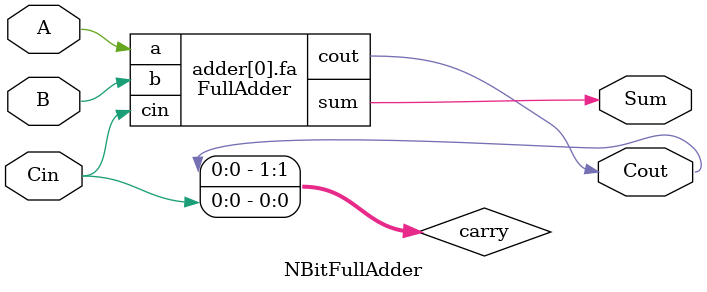
<source format=sv>
module FullAdder(input logic a, b, cin,
                 output logic sum, cout);

    assign sum = a ^ b ^ cin;

    assign cout = (a & b) | (b & cin) | (a & cin);
    
endmodule

module NBitFullAdder #(parameter N = 1)
(
    input logic [N-1:0] A, B,
    input logic Cin,
    output logic [N-1:0] Sum,
    output logic Cout
);

    logic [N:0] carry;
    assign carry[0] = Cin;

    genvar i;
    generate
        for (i = 0; i < N; i++) begin : adder
            FullAdder fa (
                .a(A[i]),
                .b(B[i]),
                .cin(carry[i]),
                .sum(Sum[i]),
                .cout(carry[i+1])
            );
        end
    endgenerate

    assign Cout = carry[N];

endmodule

</source>
